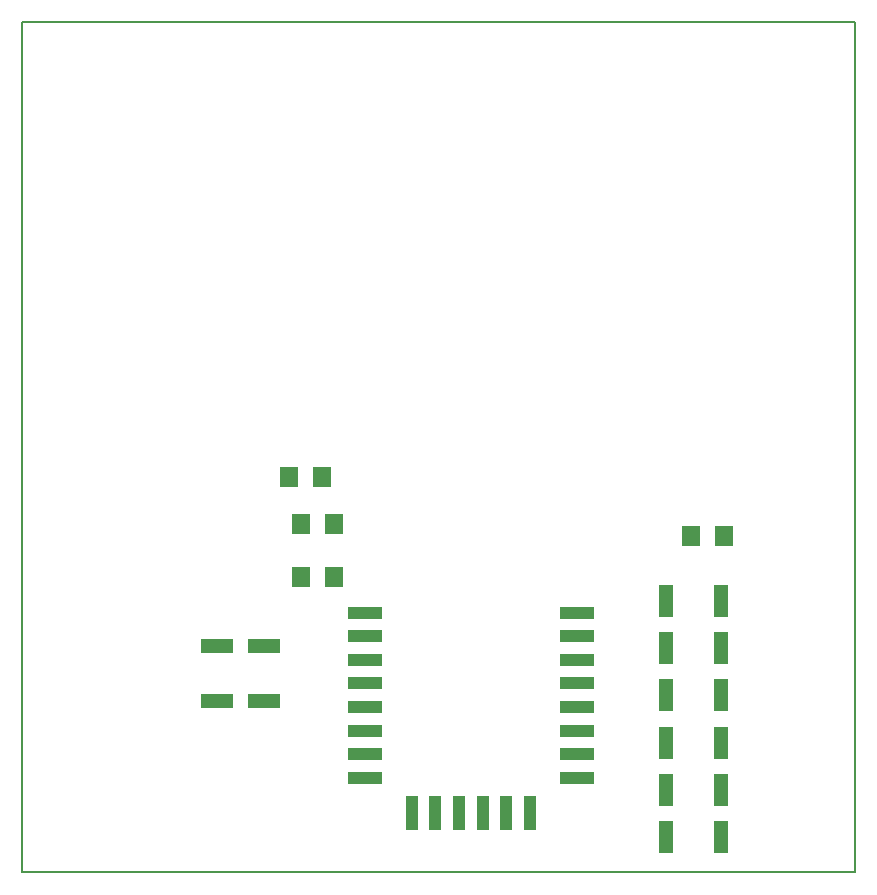
<source format=gbr>
G04 PROTEUS GERBER X2 FILE*
%TF.GenerationSoftware,Labcenter,Proteus,8.13-SP0-Build31525*%
%TF.CreationDate,2022-07-11T20:54:32+00:00*%
%TF.FileFunction,Paste,Top*%
%TF.FilePolarity,Positive*%
%TF.Part,Single*%
%TF.SameCoordinates,{67e9d6b1-9973-4f3b-b57f-a68231676cbc}*%
%FSLAX45Y45*%
%MOMM*%
G01*
%TA.AperFunction,Material*%
%ADD43R,3.000000X1.000000*%
%ADD44R,1.000000X3.000000*%
%TA.AperFunction,Material*%
%ADD45R,2.692400X1.193800*%
%ADD46R,1.193800X2.692400*%
%ADD47R,1.600000X1.800000*%
%TA.AperFunction,Profile*%
%ADD24C,0.203200*%
%TD.AperFunction*%
D43*
X+2900000Y+2200000D03*
X+2900000Y+2000000D03*
X+2900000Y+1800000D03*
X+2900000Y+1600000D03*
X+2900000Y+1400000D03*
X+2900000Y+1200000D03*
X+2900000Y+1000000D03*
X+2900000Y+800000D03*
D44*
X+3300000Y+500000D03*
X+3500000Y+500000D03*
X+3700000Y+500000D03*
X+3900000Y+500000D03*
X+4100000Y+500000D03*
X+4300000Y+500000D03*
D43*
X+4700000Y+800000D03*
X+4700000Y+1000000D03*
X+4700000Y+1200000D03*
X+4700000Y+1400000D03*
X+4700000Y+1600000D03*
X+4700000Y+1800000D03*
X+4700000Y+2000000D03*
X+4700000Y+2200000D03*
D45*
X+1650000Y+1450000D03*
X+1650000Y+1920000D03*
D46*
X+5450000Y+2300000D03*
X+5920000Y+2300000D03*
X+5450000Y+1900000D03*
X+5920000Y+1900000D03*
X+5450000Y+1500000D03*
X+5920000Y+1500000D03*
D45*
X+2050000Y+1450000D03*
X+2050000Y+1920000D03*
D46*
X+5450000Y+1100000D03*
X+5920000Y+1100000D03*
X+5450000Y+700000D03*
X+5920000Y+700000D03*
X+5450000Y+300000D03*
X+5920000Y+300000D03*
D47*
X+2260000Y+3350000D03*
X+2540000Y+3350000D03*
X+2360000Y+2950000D03*
X+2640000Y+2950000D03*
X+2360000Y+2500000D03*
X+2640000Y+2500000D03*
X+5660000Y+2850000D03*
X+5940000Y+2850000D03*
D24*
X+0Y+0D02*
X+7050000Y+0D01*
X+7050000Y+7200000D01*
X+0Y+7200000D01*
X+0Y+0D01*
M02*

</source>
